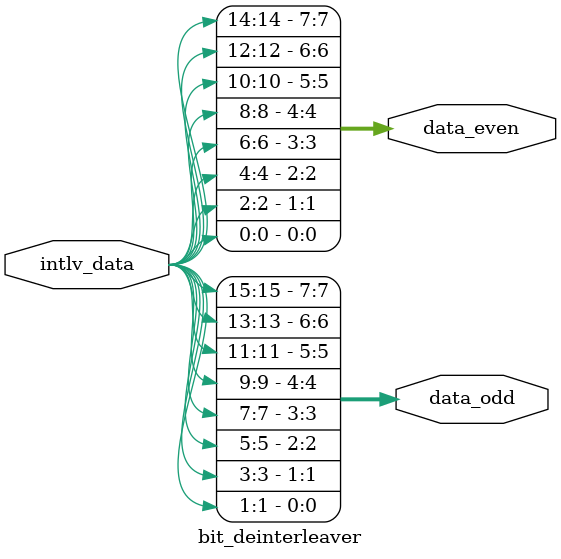
<source format=sv>
module bit_deinterleaver #(
    parameter INTLV_WIDTH = 16
)(
    input [INTLV_WIDTH-1:0] intlv_data,  // 必须是偶数宽度
    output [INTLV_WIDTH/2-1:0] data_odd, data_even
);
    genvar j;
    generate
        for (j = 0; j < INTLV_WIDTH/2; j = j + 1) begin: deintlv
            assign data_even[j] = intlv_data[2*j];
            assign data_odd[j] = intlv_data[2*j+1];
        end
    endgenerate
endmodule
</source>
